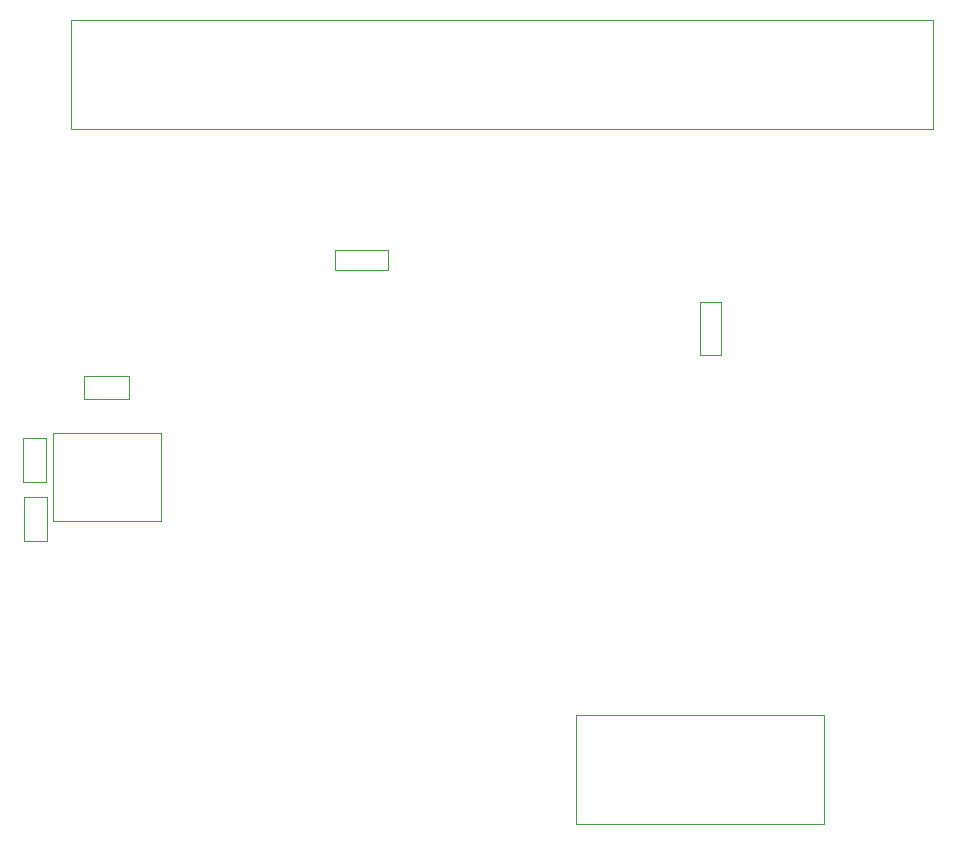
<source format=gbr>
%TF.GenerationSoftware,KiCad,Pcbnew,(5.1.9)-1*%
%TF.CreationDate,2021-04-30T23:03:23+10:00*%
%TF.ProjectId,RedPyKeeb_MCU,52656450-794b-4656-9562-5f4d43552e6b,rev?*%
%TF.SameCoordinates,Original*%
%TF.FileFunction,Other,User*%
%FSLAX46Y46*%
G04 Gerber Fmt 4.6, Leading zero omitted, Abs format (unit mm)*
G04 Created by KiCad (PCBNEW (5.1.9)-1) date 2021-04-30 23:03:23*
%MOMM*%
%LPD*%
G01*
G04 APERTURE LIST*
%ADD10C,0.050000*%
G04 APERTURE END LIST*
D10*
%TO.C,J2*%
X97177600Y-89472400D02*
X97177600Y-98672400D01*
X97177600Y-98672400D02*
X118177600Y-98672400D01*
X118177600Y-98672400D02*
X118177600Y-89472400D01*
X118177600Y-89472400D02*
X97177600Y-89472400D01*
%TO.C,C1*%
X81218600Y-51832400D02*
X76718600Y-51832400D01*
X81218600Y-51832400D02*
X81218600Y-50082400D01*
X76718600Y-50082400D02*
X76718600Y-51832400D01*
X76718600Y-50082400D02*
X81218600Y-50082400D01*
%TO.C,C2*%
X109401500Y-54468200D02*
X109401500Y-58968200D01*
X109401500Y-54468200D02*
X107651500Y-54468200D01*
X107651500Y-58968200D02*
X109401500Y-58968200D01*
X107651500Y-58968200D02*
X107651500Y-54468200D01*
%TO.C,C10*%
X59284000Y-60742000D02*
X59284000Y-62702000D01*
X59284000Y-62702000D02*
X55524000Y-62702000D01*
X55524000Y-62702000D02*
X55524000Y-60742000D01*
X55524000Y-60742000D02*
X59284000Y-60742000D01*
%TO.C,C6*%
X52288000Y-65988800D02*
X52288000Y-69748800D01*
X50328000Y-65988800D02*
X52288000Y-65988800D01*
X50328000Y-69748800D02*
X50328000Y-65988800D01*
X52288000Y-69748800D02*
X50328000Y-69748800D01*
%TO.C,C11*%
X52326100Y-74739900D02*
X50366100Y-74739900D01*
X50366100Y-74739900D02*
X50366100Y-70979900D01*
X50366100Y-70979900D02*
X52326100Y-70979900D01*
X52326100Y-70979900D02*
X52326100Y-74739900D01*
%TO.C,J1*%
X54405400Y-30666700D02*
X54405400Y-39866700D01*
X127405400Y-30666700D02*
X54405400Y-30666700D01*
X127405400Y-39866700D02*
X127405400Y-30666700D01*
X54405400Y-39866700D02*
X127405400Y-39866700D01*
%TO.C,U7*%
X52844301Y-65612699D02*
X52844301Y-73012699D01*
X62004301Y-65612699D02*
X52844301Y-65612699D01*
X62004301Y-73012699D02*
X62004301Y-65612699D01*
X52844301Y-73012699D02*
X62004301Y-73012699D01*
%TD*%
M02*

</source>
